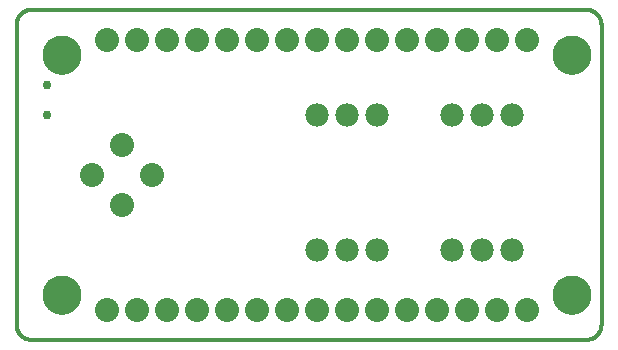
<source format=gbs>
G75*
%MOIN*%
%OFA0B0*%
%FSLAX25Y25*%
%IPPOS*%
%LPD*%
%AMOC8*
5,1,8,0,0,1.08239X$1,22.5*
%
%ADD10C,0.01200*%
%ADD11C,0.07800*%
%ADD12C,0.08000*%
%ADD13C,0.00000*%
%ADD14C,0.12998*%
%ADD15C,0.03000*%
D10*
X0032600Y0017600D02*
X0217600Y0017600D01*
X0217740Y0017602D01*
X0217880Y0017608D01*
X0218020Y0017618D01*
X0218160Y0017631D01*
X0218299Y0017649D01*
X0218438Y0017671D01*
X0218575Y0017696D01*
X0218713Y0017725D01*
X0218849Y0017758D01*
X0218984Y0017795D01*
X0219118Y0017836D01*
X0219251Y0017881D01*
X0219383Y0017929D01*
X0219513Y0017981D01*
X0219642Y0018036D01*
X0219769Y0018095D01*
X0219895Y0018158D01*
X0220019Y0018224D01*
X0220140Y0018293D01*
X0220260Y0018366D01*
X0220378Y0018443D01*
X0220493Y0018522D01*
X0220607Y0018605D01*
X0220717Y0018691D01*
X0220826Y0018780D01*
X0220932Y0018872D01*
X0221035Y0018967D01*
X0221136Y0019064D01*
X0221233Y0019165D01*
X0221328Y0019268D01*
X0221420Y0019374D01*
X0221509Y0019483D01*
X0221595Y0019593D01*
X0221678Y0019707D01*
X0221757Y0019822D01*
X0221834Y0019940D01*
X0221907Y0020060D01*
X0221976Y0020181D01*
X0222042Y0020305D01*
X0222105Y0020431D01*
X0222164Y0020558D01*
X0222219Y0020687D01*
X0222271Y0020817D01*
X0222319Y0020949D01*
X0222364Y0021082D01*
X0222405Y0021216D01*
X0222442Y0021351D01*
X0222475Y0021487D01*
X0222504Y0021625D01*
X0222529Y0021762D01*
X0222551Y0021901D01*
X0222569Y0022040D01*
X0222582Y0022180D01*
X0222592Y0022320D01*
X0222598Y0022460D01*
X0222600Y0022600D01*
X0222600Y0122600D01*
X0222598Y0122740D01*
X0222592Y0122880D01*
X0222582Y0123020D01*
X0222569Y0123160D01*
X0222551Y0123299D01*
X0222529Y0123438D01*
X0222504Y0123575D01*
X0222475Y0123713D01*
X0222442Y0123849D01*
X0222405Y0123984D01*
X0222364Y0124118D01*
X0222319Y0124251D01*
X0222271Y0124383D01*
X0222219Y0124513D01*
X0222164Y0124642D01*
X0222105Y0124769D01*
X0222042Y0124895D01*
X0221976Y0125019D01*
X0221907Y0125140D01*
X0221834Y0125260D01*
X0221757Y0125378D01*
X0221678Y0125493D01*
X0221595Y0125607D01*
X0221509Y0125717D01*
X0221420Y0125826D01*
X0221328Y0125932D01*
X0221233Y0126035D01*
X0221136Y0126136D01*
X0221035Y0126233D01*
X0220932Y0126328D01*
X0220826Y0126420D01*
X0220717Y0126509D01*
X0220607Y0126595D01*
X0220493Y0126678D01*
X0220378Y0126757D01*
X0220260Y0126834D01*
X0220140Y0126907D01*
X0220019Y0126976D01*
X0219895Y0127042D01*
X0219769Y0127105D01*
X0219642Y0127164D01*
X0219513Y0127219D01*
X0219383Y0127271D01*
X0219251Y0127319D01*
X0219118Y0127364D01*
X0218984Y0127405D01*
X0218849Y0127442D01*
X0218713Y0127475D01*
X0218575Y0127504D01*
X0218438Y0127529D01*
X0218299Y0127551D01*
X0218160Y0127569D01*
X0218020Y0127582D01*
X0217880Y0127592D01*
X0217740Y0127598D01*
X0217600Y0127600D01*
X0032600Y0127600D01*
X0032460Y0127598D01*
X0032320Y0127592D01*
X0032180Y0127582D01*
X0032040Y0127569D01*
X0031901Y0127551D01*
X0031762Y0127529D01*
X0031625Y0127504D01*
X0031487Y0127475D01*
X0031351Y0127442D01*
X0031216Y0127405D01*
X0031082Y0127364D01*
X0030949Y0127319D01*
X0030817Y0127271D01*
X0030687Y0127219D01*
X0030558Y0127164D01*
X0030431Y0127105D01*
X0030305Y0127042D01*
X0030181Y0126976D01*
X0030060Y0126907D01*
X0029940Y0126834D01*
X0029822Y0126757D01*
X0029707Y0126678D01*
X0029593Y0126595D01*
X0029483Y0126509D01*
X0029374Y0126420D01*
X0029268Y0126328D01*
X0029165Y0126233D01*
X0029064Y0126136D01*
X0028967Y0126035D01*
X0028872Y0125932D01*
X0028780Y0125826D01*
X0028691Y0125717D01*
X0028605Y0125607D01*
X0028522Y0125493D01*
X0028443Y0125378D01*
X0028366Y0125260D01*
X0028293Y0125140D01*
X0028224Y0125019D01*
X0028158Y0124895D01*
X0028095Y0124769D01*
X0028036Y0124642D01*
X0027981Y0124513D01*
X0027929Y0124383D01*
X0027881Y0124251D01*
X0027836Y0124118D01*
X0027795Y0123984D01*
X0027758Y0123849D01*
X0027725Y0123713D01*
X0027696Y0123575D01*
X0027671Y0123438D01*
X0027649Y0123299D01*
X0027631Y0123160D01*
X0027618Y0123020D01*
X0027608Y0122880D01*
X0027602Y0122740D01*
X0027600Y0122600D01*
X0027600Y0022600D01*
X0027602Y0022460D01*
X0027608Y0022320D01*
X0027618Y0022180D01*
X0027631Y0022040D01*
X0027649Y0021901D01*
X0027671Y0021762D01*
X0027696Y0021625D01*
X0027725Y0021487D01*
X0027758Y0021351D01*
X0027795Y0021216D01*
X0027836Y0021082D01*
X0027881Y0020949D01*
X0027929Y0020817D01*
X0027981Y0020687D01*
X0028036Y0020558D01*
X0028095Y0020431D01*
X0028158Y0020305D01*
X0028224Y0020181D01*
X0028293Y0020060D01*
X0028366Y0019940D01*
X0028443Y0019822D01*
X0028522Y0019707D01*
X0028605Y0019593D01*
X0028691Y0019483D01*
X0028780Y0019374D01*
X0028872Y0019268D01*
X0028967Y0019165D01*
X0029064Y0019064D01*
X0029165Y0018967D01*
X0029268Y0018872D01*
X0029374Y0018780D01*
X0029483Y0018691D01*
X0029593Y0018605D01*
X0029707Y0018522D01*
X0029822Y0018443D01*
X0029940Y0018366D01*
X0030060Y0018293D01*
X0030181Y0018224D01*
X0030305Y0018158D01*
X0030431Y0018095D01*
X0030558Y0018036D01*
X0030687Y0017981D01*
X0030817Y0017929D01*
X0030949Y0017881D01*
X0031082Y0017836D01*
X0031216Y0017795D01*
X0031351Y0017758D01*
X0031487Y0017725D01*
X0031625Y0017696D01*
X0031762Y0017671D01*
X0031901Y0017649D01*
X0032040Y0017631D01*
X0032180Y0017618D01*
X0032320Y0017608D01*
X0032460Y0017602D01*
X0032600Y0017600D01*
D11*
X0127600Y0047600D03*
X0137600Y0047600D03*
X0147600Y0047600D03*
X0172600Y0047600D03*
X0182600Y0047600D03*
X0192600Y0047600D03*
X0192600Y0092600D03*
X0182600Y0092600D03*
X0172600Y0092600D03*
X0147600Y0092600D03*
X0137600Y0092600D03*
X0127600Y0092600D03*
D12*
X0127600Y0117600D03*
X0137600Y0117600D03*
X0147600Y0117600D03*
X0157600Y0117600D03*
X0167600Y0117600D03*
X0177600Y0117600D03*
X0187600Y0117600D03*
X0197600Y0117600D03*
X0117600Y0117600D03*
X0107600Y0117600D03*
X0097600Y0117600D03*
X0087600Y0117600D03*
X0077600Y0117600D03*
X0067600Y0117600D03*
X0057600Y0117600D03*
X0062600Y0082600D03*
X0052600Y0072600D03*
X0062600Y0062600D03*
X0072600Y0072600D03*
X0067600Y0027600D03*
X0057600Y0027600D03*
X0077600Y0027600D03*
X0087600Y0027600D03*
X0097600Y0027600D03*
X0107600Y0027600D03*
X0117600Y0027600D03*
X0127600Y0027600D03*
X0137600Y0027600D03*
X0147600Y0027600D03*
X0157600Y0027600D03*
X0167600Y0027600D03*
X0177600Y0027600D03*
X0187600Y0027600D03*
X0197600Y0027600D03*
D13*
X0206301Y0032600D02*
X0206303Y0032758D01*
X0206309Y0032916D01*
X0206319Y0033074D01*
X0206333Y0033232D01*
X0206351Y0033389D01*
X0206372Y0033546D01*
X0206398Y0033702D01*
X0206428Y0033858D01*
X0206461Y0034013D01*
X0206499Y0034166D01*
X0206540Y0034319D01*
X0206585Y0034471D01*
X0206634Y0034622D01*
X0206687Y0034771D01*
X0206743Y0034919D01*
X0206803Y0035065D01*
X0206867Y0035210D01*
X0206935Y0035353D01*
X0207006Y0035495D01*
X0207080Y0035635D01*
X0207158Y0035772D01*
X0207240Y0035908D01*
X0207324Y0036042D01*
X0207413Y0036173D01*
X0207504Y0036302D01*
X0207599Y0036429D01*
X0207696Y0036554D01*
X0207797Y0036676D01*
X0207901Y0036795D01*
X0208008Y0036912D01*
X0208118Y0037026D01*
X0208231Y0037137D01*
X0208346Y0037246D01*
X0208464Y0037351D01*
X0208585Y0037453D01*
X0208708Y0037553D01*
X0208834Y0037649D01*
X0208962Y0037742D01*
X0209092Y0037832D01*
X0209225Y0037918D01*
X0209360Y0038002D01*
X0209496Y0038081D01*
X0209635Y0038158D01*
X0209776Y0038230D01*
X0209918Y0038300D01*
X0210062Y0038365D01*
X0210208Y0038427D01*
X0210355Y0038485D01*
X0210504Y0038540D01*
X0210654Y0038591D01*
X0210805Y0038638D01*
X0210957Y0038681D01*
X0211110Y0038720D01*
X0211265Y0038756D01*
X0211420Y0038787D01*
X0211576Y0038815D01*
X0211732Y0038839D01*
X0211889Y0038859D01*
X0212047Y0038875D01*
X0212204Y0038887D01*
X0212363Y0038895D01*
X0212521Y0038899D01*
X0212679Y0038899D01*
X0212837Y0038895D01*
X0212996Y0038887D01*
X0213153Y0038875D01*
X0213311Y0038859D01*
X0213468Y0038839D01*
X0213624Y0038815D01*
X0213780Y0038787D01*
X0213935Y0038756D01*
X0214090Y0038720D01*
X0214243Y0038681D01*
X0214395Y0038638D01*
X0214546Y0038591D01*
X0214696Y0038540D01*
X0214845Y0038485D01*
X0214992Y0038427D01*
X0215138Y0038365D01*
X0215282Y0038300D01*
X0215424Y0038230D01*
X0215565Y0038158D01*
X0215704Y0038081D01*
X0215840Y0038002D01*
X0215975Y0037918D01*
X0216108Y0037832D01*
X0216238Y0037742D01*
X0216366Y0037649D01*
X0216492Y0037553D01*
X0216615Y0037453D01*
X0216736Y0037351D01*
X0216854Y0037246D01*
X0216969Y0037137D01*
X0217082Y0037026D01*
X0217192Y0036912D01*
X0217299Y0036795D01*
X0217403Y0036676D01*
X0217504Y0036554D01*
X0217601Y0036429D01*
X0217696Y0036302D01*
X0217787Y0036173D01*
X0217876Y0036042D01*
X0217960Y0035908D01*
X0218042Y0035772D01*
X0218120Y0035635D01*
X0218194Y0035495D01*
X0218265Y0035353D01*
X0218333Y0035210D01*
X0218397Y0035065D01*
X0218457Y0034919D01*
X0218513Y0034771D01*
X0218566Y0034622D01*
X0218615Y0034471D01*
X0218660Y0034319D01*
X0218701Y0034166D01*
X0218739Y0034013D01*
X0218772Y0033858D01*
X0218802Y0033702D01*
X0218828Y0033546D01*
X0218849Y0033389D01*
X0218867Y0033232D01*
X0218881Y0033074D01*
X0218891Y0032916D01*
X0218897Y0032758D01*
X0218899Y0032600D01*
X0218897Y0032442D01*
X0218891Y0032284D01*
X0218881Y0032126D01*
X0218867Y0031968D01*
X0218849Y0031811D01*
X0218828Y0031654D01*
X0218802Y0031498D01*
X0218772Y0031342D01*
X0218739Y0031187D01*
X0218701Y0031034D01*
X0218660Y0030881D01*
X0218615Y0030729D01*
X0218566Y0030578D01*
X0218513Y0030429D01*
X0218457Y0030281D01*
X0218397Y0030135D01*
X0218333Y0029990D01*
X0218265Y0029847D01*
X0218194Y0029705D01*
X0218120Y0029565D01*
X0218042Y0029428D01*
X0217960Y0029292D01*
X0217876Y0029158D01*
X0217787Y0029027D01*
X0217696Y0028898D01*
X0217601Y0028771D01*
X0217504Y0028646D01*
X0217403Y0028524D01*
X0217299Y0028405D01*
X0217192Y0028288D01*
X0217082Y0028174D01*
X0216969Y0028063D01*
X0216854Y0027954D01*
X0216736Y0027849D01*
X0216615Y0027747D01*
X0216492Y0027647D01*
X0216366Y0027551D01*
X0216238Y0027458D01*
X0216108Y0027368D01*
X0215975Y0027282D01*
X0215840Y0027198D01*
X0215704Y0027119D01*
X0215565Y0027042D01*
X0215424Y0026970D01*
X0215282Y0026900D01*
X0215138Y0026835D01*
X0214992Y0026773D01*
X0214845Y0026715D01*
X0214696Y0026660D01*
X0214546Y0026609D01*
X0214395Y0026562D01*
X0214243Y0026519D01*
X0214090Y0026480D01*
X0213935Y0026444D01*
X0213780Y0026413D01*
X0213624Y0026385D01*
X0213468Y0026361D01*
X0213311Y0026341D01*
X0213153Y0026325D01*
X0212996Y0026313D01*
X0212837Y0026305D01*
X0212679Y0026301D01*
X0212521Y0026301D01*
X0212363Y0026305D01*
X0212204Y0026313D01*
X0212047Y0026325D01*
X0211889Y0026341D01*
X0211732Y0026361D01*
X0211576Y0026385D01*
X0211420Y0026413D01*
X0211265Y0026444D01*
X0211110Y0026480D01*
X0210957Y0026519D01*
X0210805Y0026562D01*
X0210654Y0026609D01*
X0210504Y0026660D01*
X0210355Y0026715D01*
X0210208Y0026773D01*
X0210062Y0026835D01*
X0209918Y0026900D01*
X0209776Y0026970D01*
X0209635Y0027042D01*
X0209496Y0027119D01*
X0209360Y0027198D01*
X0209225Y0027282D01*
X0209092Y0027368D01*
X0208962Y0027458D01*
X0208834Y0027551D01*
X0208708Y0027647D01*
X0208585Y0027747D01*
X0208464Y0027849D01*
X0208346Y0027954D01*
X0208231Y0028063D01*
X0208118Y0028174D01*
X0208008Y0028288D01*
X0207901Y0028405D01*
X0207797Y0028524D01*
X0207696Y0028646D01*
X0207599Y0028771D01*
X0207504Y0028898D01*
X0207413Y0029027D01*
X0207324Y0029158D01*
X0207240Y0029292D01*
X0207158Y0029428D01*
X0207080Y0029565D01*
X0207006Y0029705D01*
X0206935Y0029847D01*
X0206867Y0029990D01*
X0206803Y0030135D01*
X0206743Y0030281D01*
X0206687Y0030429D01*
X0206634Y0030578D01*
X0206585Y0030729D01*
X0206540Y0030881D01*
X0206499Y0031034D01*
X0206461Y0031187D01*
X0206428Y0031342D01*
X0206398Y0031498D01*
X0206372Y0031654D01*
X0206351Y0031811D01*
X0206333Y0031968D01*
X0206319Y0032126D01*
X0206309Y0032284D01*
X0206303Y0032442D01*
X0206301Y0032600D01*
X0206301Y0112600D02*
X0206303Y0112758D01*
X0206309Y0112916D01*
X0206319Y0113074D01*
X0206333Y0113232D01*
X0206351Y0113389D01*
X0206372Y0113546D01*
X0206398Y0113702D01*
X0206428Y0113858D01*
X0206461Y0114013D01*
X0206499Y0114166D01*
X0206540Y0114319D01*
X0206585Y0114471D01*
X0206634Y0114622D01*
X0206687Y0114771D01*
X0206743Y0114919D01*
X0206803Y0115065D01*
X0206867Y0115210D01*
X0206935Y0115353D01*
X0207006Y0115495D01*
X0207080Y0115635D01*
X0207158Y0115772D01*
X0207240Y0115908D01*
X0207324Y0116042D01*
X0207413Y0116173D01*
X0207504Y0116302D01*
X0207599Y0116429D01*
X0207696Y0116554D01*
X0207797Y0116676D01*
X0207901Y0116795D01*
X0208008Y0116912D01*
X0208118Y0117026D01*
X0208231Y0117137D01*
X0208346Y0117246D01*
X0208464Y0117351D01*
X0208585Y0117453D01*
X0208708Y0117553D01*
X0208834Y0117649D01*
X0208962Y0117742D01*
X0209092Y0117832D01*
X0209225Y0117918D01*
X0209360Y0118002D01*
X0209496Y0118081D01*
X0209635Y0118158D01*
X0209776Y0118230D01*
X0209918Y0118300D01*
X0210062Y0118365D01*
X0210208Y0118427D01*
X0210355Y0118485D01*
X0210504Y0118540D01*
X0210654Y0118591D01*
X0210805Y0118638D01*
X0210957Y0118681D01*
X0211110Y0118720D01*
X0211265Y0118756D01*
X0211420Y0118787D01*
X0211576Y0118815D01*
X0211732Y0118839D01*
X0211889Y0118859D01*
X0212047Y0118875D01*
X0212204Y0118887D01*
X0212363Y0118895D01*
X0212521Y0118899D01*
X0212679Y0118899D01*
X0212837Y0118895D01*
X0212996Y0118887D01*
X0213153Y0118875D01*
X0213311Y0118859D01*
X0213468Y0118839D01*
X0213624Y0118815D01*
X0213780Y0118787D01*
X0213935Y0118756D01*
X0214090Y0118720D01*
X0214243Y0118681D01*
X0214395Y0118638D01*
X0214546Y0118591D01*
X0214696Y0118540D01*
X0214845Y0118485D01*
X0214992Y0118427D01*
X0215138Y0118365D01*
X0215282Y0118300D01*
X0215424Y0118230D01*
X0215565Y0118158D01*
X0215704Y0118081D01*
X0215840Y0118002D01*
X0215975Y0117918D01*
X0216108Y0117832D01*
X0216238Y0117742D01*
X0216366Y0117649D01*
X0216492Y0117553D01*
X0216615Y0117453D01*
X0216736Y0117351D01*
X0216854Y0117246D01*
X0216969Y0117137D01*
X0217082Y0117026D01*
X0217192Y0116912D01*
X0217299Y0116795D01*
X0217403Y0116676D01*
X0217504Y0116554D01*
X0217601Y0116429D01*
X0217696Y0116302D01*
X0217787Y0116173D01*
X0217876Y0116042D01*
X0217960Y0115908D01*
X0218042Y0115772D01*
X0218120Y0115635D01*
X0218194Y0115495D01*
X0218265Y0115353D01*
X0218333Y0115210D01*
X0218397Y0115065D01*
X0218457Y0114919D01*
X0218513Y0114771D01*
X0218566Y0114622D01*
X0218615Y0114471D01*
X0218660Y0114319D01*
X0218701Y0114166D01*
X0218739Y0114013D01*
X0218772Y0113858D01*
X0218802Y0113702D01*
X0218828Y0113546D01*
X0218849Y0113389D01*
X0218867Y0113232D01*
X0218881Y0113074D01*
X0218891Y0112916D01*
X0218897Y0112758D01*
X0218899Y0112600D01*
X0218897Y0112442D01*
X0218891Y0112284D01*
X0218881Y0112126D01*
X0218867Y0111968D01*
X0218849Y0111811D01*
X0218828Y0111654D01*
X0218802Y0111498D01*
X0218772Y0111342D01*
X0218739Y0111187D01*
X0218701Y0111034D01*
X0218660Y0110881D01*
X0218615Y0110729D01*
X0218566Y0110578D01*
X0218513Y0110429D01*
X0218457Y0110281D01*
X0218397Y0110135D01*
X0218333Y0109990D01*
X0218265Y0109847D01*
X0218194Y0109705D01*
X0218120Y0109565D01*
X0218042Y0109428D01*
X0217960Y0109292D01*
X0217876Y0109158D01*
X0217787Y0109027D01*
X0217696Y0108898D01*
X0217601Y0108771D01*
X0217504Y0108646D01*
X0217403Y0108524D01*
X0217299Y0108405D01*
X0217192Y0108288D01*
X0217082Y0108174D01*
X0216969Y0108063D01*
X0216854Y0107954D01*
X0216736Y0107849D01*
X0216615Y0107747D01*
X0216492Y0107647D01*
X0216366Y0107551D01*
X0216238Y0107458D01*
X0216108Y0107368D01*
X0215975Y0107282D01*
X0215840Y0107198D01*
X0215704Y0107119D01*
X0215565Y0107042D01*
X0215424Y0106970D01*
X0215282Y0106900D01*
X0215138Y0106835D01*
X0214992Y0106773D01*
X0214845Y0106715D01*
X0214696Y0106660D01*
X0214546Y0106609D01*
X0214395Y0106562D01*
X0214243Y0106519D01*
X0214090Y0106480D01*
X0213935Y0106444D01*
X0213780Y0106413D01*
X0213624Y0106385D01*
X0213468Y0106361D01*
X0213311Y0106341D01*
X0213153Y0106325D01*
X0212996Y0106313D01*
X0212837Y0106305D01*
X0212679Y0106301D01*
X0212521Y0106301D01*
X0212363Y0106305D01*
X0212204Y0106313D01*
X0212047Y0106325D01*
X0211889Y0106341D01*
X0211732Y0106361D01*
X0211576Y0106385D01*
X0211420Y0106413D01*
X0211265Y0106444D01*
X0211110Y0106480D01*
X0210957Y0106519D01*
X0210805Y0106562D01*
X0210654Y0106609D01*
X0210504Y0106660D01*
X0210355Y0106715D01*
X0210208Y0106773D01*
X0210062Y0106835D01*
X0209918Y0106900D01*
X0209776Y0106970D01*
X0209635Y0107042D01*
X0209496Y0107119D01*
X0209360Y0107198D01*
X0209225Y0107282D01*
X0209092Y0107368D01*
X0208962Y0107458D01*
X0208834Y0107551D01*
X0208708Y0107647D01*
X0208585Y0107747D01*
X0208464Y0107849D01*
X0208346Y0107954D01*
X0208231Y0108063D01*
X0208118Y0108174D01*
X0208008Y0108288D01*
X0207901Y0108405D01*
X0207797Y0108524D01*
X0207696Y0108646D01*
X0207599Y0108771D01*
X0207504Y0108898D01*
X0207413Y0109027D01*
X0207324Y0109158D01*
X0207240Y0109292D01*
X0207158Y0109428D01*
X0207080Y0109565D01*
X0207006Y0109705D01*
X0206935Y0109847D01*
X0206867Y0109990D01*
X0206803Y0110135D01*
X0206743Y0110281D01*
X0206687Y0110429D01*
X0206634Y0110578D01*
X0206585Y0110729D01*
X0206540Y0110881D01*
X0206499Y0111034D01*
X0206461Y0111187D01*
X0206428Y0111342D01*
X0206398Y0111498D01*
X0206372Y0111654D01*
X0206351Y0111811D01*
X0206333Y0111968D01*
X0206319Y0112126D01*
X0206309Y0112284D01*
X0206303Y0112442D01*
X0206301Y0112600D01*
X0036301Y0112600D02*
X0036303Y0112758D01*
X0036309Y0112916D01*
X0036319Y0113074D01*
X0036333Y0113232D01*
X0036351Y0113389D01*
X0036372Y0113546D01*
X0036398Y0113702D01*
X0036428Y0113858D01*
X0036461Y0114013D01*
X0036499Y0114166D01*
X0036540Y0114319D01*
X0036585Y0114471D01*
X0036634Y0114622D01*
X0036687Y0114771D01*
X0036743Y0114919D01*
X0036803Y0115065D01*
X0036867Y0115210D01*
X0036935Y0115353D01*
X0037006Y0115495D01*
X0037080Y0115635D01*
X0037158Y0115772D01*
X0037240Y0115908D01*
X0037324Y0116042D01*
X0037413Y0116173D01*
X0037504Y0116302D01*
X0037599Y0116429D01*
X0037696Y0116554D01*
X0037797Y0116676D01*
X0037901Y0116795D01*
X0038008Y0116912D01*
X0038118Y0117026D01*
X0038231Y0117137D01*
X0038346Y0117246D01*
X0038464Y0117351D01*
X0038585Y0117453D01*
X0038708Y0117553D01*
X0038834Y0117649D01*
X0038962Y0117742D01*
X0039092Y0117832D01*
X0039225Y0117918D01*
X0039360Y0118002D01*
X0039496Y0118081D01*
X0039635Y0118158D01*
X0039776Y0118230D01*
X0039918Y0118300D01*
X0040062Y0118365D01*
X0040208Y0118427D01*
X0040355Y0118485D01*
X0040504Y0118540D01*
X0040654Y0118591D01*
X0040805Y0118638D01*
X0040957Y0118681D01*
X0041110Y0118720D01*
X0041265Y0118756D01*
X0041420Y0118787D01*
X0041576Y0118815D01*
X0041732Y0118839D01*
X0041889Y0118859D01*
X0042047Y0118875D01*
X0042204Y0118887D01*
X0042363Y0118895D01*
X0042521Y0118899D01*
X0042679Y0118899D01*
X0042837Y0118895D01*
X0042996Y0118887D01*
X0043153Y0118875D01*
X0043311Y0118859D01*
X0043468Y0118839D01*
X0043624Y0118815D01*
X0043780Y0118787D01*
X0043935Y0118756D01*
X0044090Y0118720D01*
X0044243Y0118681D01*
X0044395Y0118638D01*
X0044546Y0118591D01*
X0044696Y0118540D01*
X0044845Y0118485D01*
X0044992Y0118427D01*
X0045138Y0118365D01*
X0045282Y0118300D01*
X0045424Y0118230D01*
X0045565Y0118158D01*
X0045704Y0118081D01*
X0045840Y0118002D01*
X0045975Y0117918D01*
X0046108Y0117832D01*
X0046238Y0117742D01*
X0046366Y0117649D01*
X0046492Y0117553D01*
X0046615Y0117453D01*
X0046736Y0117351D01*
X0046854Y0117246D01*
X0046969Y0117137D01*
X0047082Y0117026D01*
X0047192Y0116912D01*
X0047299Y0116795D01*
X0047403Y0116676D01*
X0047504Y0116554D01*
X0047601Y0116429D01*
X0047696Y0116302D01*
X0047787Y0116173D01*
X0047876Y0116042D01*
X0047960Y0115908D01*
X0048042Y0115772D01*
X0048120Y0115635D01*
X0048194Y0115495D01*
X0048265Y0115353D01*
X0048333Y0115210D01*
X0048397Y0115065D01*
X0048457Y0114919D01*
X0048513Y0114771D01*
X0048566Y0114622D01*
X0048615Y0114471D01*
X0048660Y0114319D01*
X0048701Y0114166D01*
X0048739Y0114013D01*
X0048772Y0113858D01*
X0048802Y0113702D01*
X0048828Y0113546D01*
X0048849Y0113389D01*
X0048867Y0113232D01*
X0048881Y0113074D01*
X0048891Y0112916D01*
X0048897Y0112758D01*
X0048899Y0112600D01*
X0048897Y0112442D01*
X0048891Y0112284D01*
X0048881Y0112126D01*
X0048867Y0111968D01*
X0048849Y0111811D01*
X0048828Y0111654D01*
X0048802Y0111498D01*
X0048772Y0111342D01*
X0048739Y0111187D01*
X0048701Y0111034D01*
X0048660Y0110881D01*
X0048615Y0110729D01*
X0048566Y0110578D01*
X0048513Y0110429D01*
X0048457Y0110281D01*
X0048397Y0110135D01*
X0048333Y0109990D01*
X0048265Y0109847D01*
X0048194Y0109705D01*
X0048120Y0109565D01*
X0048042Y0109428D01*
X0047960Y0109292D01*
X0047876Y0109158D01*
X0047787Y0109027D01*
X0047696Y0108898D01*
X0047601Y0108771D01*
X0047504Y0108646D01*
X0047403Y0108524D01*
X0047299Y0108405D01*
X0047192Y0108288D01*
X0047082Y0108174D01*
X0046969Y0108063D01*
X0046854Y0107954D01*
X0046736Y0107849D01*
X0046615Y0107747D01*
X0046492Y0107647D01*
X0046366Y0107551D01*
X0046238Y0107458D01*
X0046108Y0107368D01*
X0045975Y0107282D01*
X0045840Y0107198D01*
X0045704Y0107119D01*
X0045565Y0107042D01*
X0045424Y0106970D01*
X0045282Y0106900D01*
X0045138Y0106835D01*
X0044992Y0106773D01*
X0044845Y0106715D01*
X0044696Y0106660D01*
X0044546Y0106609D01*
X0044395Y0106562D01*
X0044243Y0106519D01*
X0044090Y0106480D01*
X0043935Y0106444D01*
X0043780Y0106413D01*
X0043624Y0106385D01*
X0043468Y0106361D01*
X0043311Y0106341D01*
X0043153Y0106325D01*
X0042996Y0106313D01*
X0042837Y0106305D01*
X0042679Y0106301D01*
X0042521Y0106301D01*
X0042363Y0106305D01*
X0042204Y0106313D01*
X0042047Y0106325D01*
X0041889Y0106341D01*
X0041732Y0106361D01*
X0041576Y0106385D01*
X0041420Y0106413D01*
X0041265Y0106444D01*
X0041110Y0106480D01*
X0040957Y0106519D01*
X0040805Y0106562D01*
X0040654Y0106609D01*
X0040504Y0106660D01*
X0040355Y0106715D01*
X0040208Y0106773D01*
X0040062Y0106835D01*
X0039918Y0106900D01*
X0039776Y0106970D01*
X0039635Y0107042D01*
X0039496Y0107119D01*
X0039360Y0107198D01*
X0039225Y0107282D01*
X0039092Y0107368D01*
X0038962Y0107458D01*
X0038834Y0107551D01*
X0038708Y0107647D01*
X0038585Y0107747D01*
X0038464Y0107849D01*
X0038346Y0107954D01*
X0038231Y0108063D01*
X0038118Y0108174D01*
X0038008Y0108288D01*
X0037901Y0108405D01*
X0037797Y0108524D01*
X0037696Y0108646D01*
X0037599Y0108771D01*
X0037504Y0108898D01*
X0037413Y0109027D01*
X0037324Y0109158D01*
X0037240Y0109292D01*
X0037158Y0109428D01*
X0037080Y0109565D01*
X0037006Y0109705D01*
X0036935Y0109847D01*
X0036867Y0109990D01*
X0036803Y0110135D01*
X0036743Y0110281D01*
X0036687Y0110429D01*
X0036634Y0110578D01*
X0036585Y0110729D01*
X0036540Y0110881D01*
X0036499Y0111034D01*
X0036461Y0111187D01*
X0036428Y0111342D01*
X0036398Y0111498D01*
X0036372Y0111654D01*
X0036351Y0111811D01*
X0036333Y0111968D01*
X0036319Y0112126D01*
X0036309Y0112284D01*
X0036303Y0112442D01*
X0036301Y0112600D01*
X0036301Y0032600D02*
X0036303Y0032758D01*
X0036309Y0032916D01*
X0036319Y0033074D01*
X0036333Y0033232D01*
X0036351Y0033389D01*
X0036372Y0033546D01*
X0036398Y0033702D01*
X0036428Y0033858D01*
X0036461Y0034013D01*
X0036499Y0034166D01*
X0036540Y0034319D01*
X0036585Y0034471D01*
X0036634Y0034622D01*
X0036687Y0034771D01*
X0036743Y0034919D01*
X0036803Y0035065D01*
X0036867Y0035210D01*
X0036935Y0035353D01*
X0037006Y0035495D01*
X0037080Y0035635D01*
X0037158Y0035772D01*
X0037240Y0035908D01*
X0037324Y0036042D01*
X0037413Y0036173D01*
X0037504Y0036302D01*
X0037599Y0036429D01*
X0037696Y0036554D01*
X0037797Y0036676D01*
X0037901Y0036795D01*
X0038008Y0036912D01*
X0038118Y0037026D01*
X0038231Y0037137D01*
X0038346Y0037246D01*
X0038464Y0037351D01*
X0038585Y0037453D01*
X0038708Y0037553D01*
X0038834Y0037649D01*
X0038962Y0037742D01*
X0039092Y0037832D01*
X0039225Y0037918D01*
X0039360Y0038002D01*
X0039496Y0038081D01*
X0039635Y0038158D01*
X0039776Y0038230D01*
X0039918Y0038300D01*
X0040062Y0038365D01*
X0040208Y0038427D01*
X0040355Y0038485D01*
X0040504Y0038540D01*
X0040654Y0038591D01*
X0040805Y0038638D01*
X0040957Y0038681D01*
X0041110Y0038720D01*
X0041265Y0038756D01*
X0041420Y0038787D01*
X0041576Y0038815D01*
X0041732Y0038839D01*
X0041889Y0038859D01*
X0042047Y0038875D01*
X0042204Y0038887D01*
X0042363Y0038895D01*
X0042521Y0038899D01*
X0042679Y0038899D01*
X0042837Y0038895D01*
X0042996Y0038887D01*
X0043153Y0038875D01*
X0043311Y0038859D01*
X0043468Y0038839D01*
X0043624Y0038815D01*
X0043780Y0038787D01*
X0043935Y0038756D01*
X0044090Y0038720D01*
X0044243Y0038681D01*
X0044395Y0038638D01*
X0044546Y0038591D01*
X0044696Y0038540D01*
X0044845Y0038485D01*
X0044992Y0038427D01*
X0045138Y0038365D01*
X0045282Y0038300D01*
X0045424Y0038230D01*
X0045565Y0038158D01*
X0045704Y0038081D01*
X0045840Y0038002D01*
X0045975Y0037918D01*
X0046108Y0037832D01*
X0046238Y0037742D01*
X0046366Y0037649D01*
X0046492Y0037553D01*
X0046615Y0037453D01*
X0046736Y0037351D01*
X0046854Y0037246D01*
X0046969Y0037137D01*
X0047082Y0037026D01*
X0047192Y0036912D01*
X0047299Y0036795D01*
X0047403Y0036676D01*
X0047504Y0036554D01*
X0047601Y0036429D01*
X0047696Y0036302D01*
X0047787Y0036173D01*
X0047876Y0036042D01*
X0047960Y0035908D01*
X0048042Y0035772D01*
X0048120Y0035635D01*
X0048194Y0035495D01*
X0048265Y0035353D01*
X0048333Y0035210D01*
X0048397Y0035065D01*
X0048457Y0034919D01*
X0048513Y0034771D01*
X0048566Y0034622D01*
X0048615Y0034471D01*
X0048660Y0034319D01*
X0048701Y0034166D01*
X0048739Y0034013D01*
X0048772Y0033858D01*
X0048802Y0033702D01*
X0048828Y0033546D01*
X0048849Y0033389D01*
X0048867Y0033232D01*
X0048881Y0033074D01*
X0048891Y0032916D01*
X0048897Y0032758D01*
X0048899Y0032600D01*
X0048897Y0032442D01*
X0048891Y0032284D01*
X0048881Y0032126D01*
X0048867Y0031968D01*
X0048849Y0031811D01*
X0048828Y0031654D01*
X0048802Y0031498D01*
X0048772Y0031342D01*
X0048739Y0031187D01*
X0048701Y0031034D01*
X0048660Y0030881D01*
X0048615Y0030729D01*
X0048566Y0030578D01*
X0048513Y0030429D01*
X0048457Y0030281D01*
X0048397Y0030135D01*
X0048333Y0029990D01*
X0048265Y0029847D01*
X0048194Y0029705D01*
X0048120Y0029565D01*
X0048042Y0029428D01*
X0047960Y0029292D01*
X0047876Y0029158D01*
X0047787Y0029027D01*
X0047696Y0028898D01*
X0047601Y0028771D01*
X0047504Y0028646D01*
X0047403Y0028524D01*
X0047299Y0028405D01*
X0047192Y0028288D01*
X0047082Y0028174D01*
X0046969Y0028063D01*
X0046854Y0027954D01*
X0046736Y0027849D01*
X0046615Y0027747D01*
X0046492Y0027647D01*
X0046366Y0027551D01*
X0046238Y0027458D01*
X0046108Y0027368D01*
X0045975Y0027282D01*
X0045840Y0027198D01*
X0045704Y0027119D01*
X0045565Y0027042D01*
X0045424Y0026970D01*
X0045282Y0026900D01*
X0045138Y0026835D01*
X0044992Y0026773D01*
X0044845Y0026715D01*
X0044696Y0026660D01*
X0044546Y0026609D01*
X0044395Y0026562D01*
X0044243Y0026519D01*
X0044090Y0026480D01*
X0043935Y0026444D01*
X0043780Y0026413D01*
X0043624Y0026385D01*
X0043468Y0026361D01*
X0043311Y0026341D01*
X0043153Y0026325D01*
X0042996Y0026313D01*
X0042837Y0026305D01*
X0042679Y0026301D01*
X0042521Y0026301D01*
X0042363Y0026305D01*
X0042204Y0026313D01*
X0042047Y0026325D01*
X0041889Y0026341D01*
X0041732Y0026361D01*
X0041576Y0026385D01*
X0041420Y0026413D01*
X0041265Y0026444D01*
X0041110Y0026480D01*
X0040957Y0026519D01*
X0040805Y0026562D01*
X0040654Y0026609D01*
X0040504Y0026660D01*
X0040355Y0026715D01*
X0040208Y0026773D01*
X0040062Y0026835D01*
X0039918Y0026900D01*
X0039776Y0026970D01*
X0039635Y0027042D01*
X0039496Y0027119D01*
X0039360Y0027198D01*
X0039225Y0027282D01*
X0039092Y0027368D01*
X0038962Y0027458D01*
X0038834Y0027551D01*
X0038708Y0027647D01*
X0038585Y0027747D01*
X0038464Y0027849D01*
X0038346Y0027954D01*
X0038231Y0028063D01*
X0038118Y0028174D01*
X0038008Y0028288D01*
X0037901Y0028405D01*
X0037797Y0028524D01*
X0037696Y0028646D01*
X0037599Y0028771D01*
X0037504Y0028898D01*
X0037413Y0029027D01*
X0037324Y0029158D01*
X0037240Y0029292D01*
X0037158Y0029428D01*
X0037080Y0029565D01*
X0037006Y0029705D01*
X0036935Y0029847D01*
X0036867Y0029990D01*
X0036803Y0030135D01*
X0036743Y0030281D01*
X0036687Y0030429D01*
X0036634Y0030578D01*
X0036585Y0030729D01*
X0036540Y0030881D01*
X0036499Y0031034D01*
X0036461Y0031187D01*
X0036428Y0031342D01*
X0036398Y0031498D01*
X0036372Y0031654D01*
X0036351Y0031811D01*
X0036333Y0031968D01*
X0036319Y0032126D01*
X0036309Y0032284D01*
X0036303Y0032442D01*
X0036301Y0032600D01*
D14*
X0042600Y0032600D03*
X0042600Y0112600D03*
X0212600Y0112600D03*
X0212600Y0032600D03*
D15*
X0037600Y0092600D03*
X0037600Y0102600D03*
M02*

</source>
